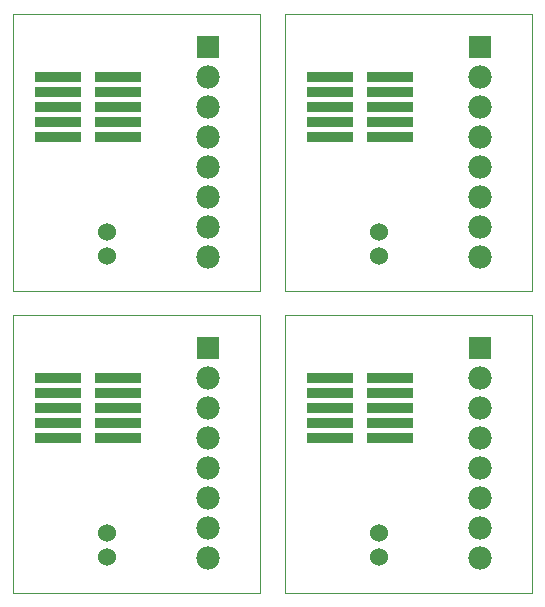
<source format=gts>
G75*
G70*
%OFA0B0*%
%FSLAX24Y24*%
%IPPOS*%
%LPD*%
%AMOC8*
5,1,8,0,0,1.08239X$1,22.5*
%
%ADD10C,0.0000*%
%ADD11R,0.1540X0.0330*%
%ADD12R,0.0780X0.0780*%
%ADD13C,0.0780*%
%ADD14C,0.0600*%
D10*
X000150Y000150D02*
X000150Y009402D01*
X008400Y009400D01*
X008400Y000150D01*
X000150Y000150D01*
X009205Y000150D02*
X009205Y009402D01*
X017455Y009400D01*
X017455Y000150D01*
X009205Y000150D01*
X009205Y010189D02*
X009205Y019441D01*
X017455Y019439D01*
X017455Y010189D01*
X009205Y010189D01*
X008400Y010189D02*
X008400Y019439D01*
X000150Y019441D01*
X000150Y010189D01*
X008400Y010189D01*
D11*
X010705Y007294D03*
X010705Y006794D03*
X010705Y006294D03*
X010705Y005794D03*
X010705Y005294D03*
X012705Y005294D03*
X012705Y005794D03*
X012705Y006294D03*
X012705Y006794D03*
X012705Y007294D03*
X012705Y015333D03*
X012705Y015833D03*
X012705Y016333D03*
X012705Y016833D03*
X012705Y017333D03*
X010705Y017333D03*
X010705Y016833D03*
X010705Y016333D03*
X010705Y015833D03*
X010705Y015333D03*
X003650Y015333D03*
X003650Y015833D03*
X003650Y016333D03*
X003650Y016833D03*
X003650Y017333D03*
X001650Y017333D03*
X001650Y016833D03*
X001650Y016333D03*
X001650Y015833D03*
X001650Y015333D03*
X001650Y007294D03*
X001650Y006794D03*
X001650Y006294D03*
X001650Y005794D03*
X001650Y005294D03*
X003650Y005294D03*
X003650Y005794D03*
X003650Y006294D03*
X003650Y006794D03*
X003650Y007294D03*
D12*
X006650Y008294D03*
X006650Y018333D03*
X015705Y018333D03*
X015705Y008294D03*
D13*
X015705Y007294D03*
X015705Y006294D03*
X015705Y005294D03*
X015705Y004294D03*
X015705Y003294D03*
X015705Y002294D03*
X015705Y001294D03*
X015705Y011333D03*
X015705Y012333D03*
X015705Y013333D03*
X015705Y014333D03*
X015705Y015333D03*
X015705Y016333D03*
X015705Y017333D03*
X006650Y017333D03*
X006650Y016333D03*
X006650Y015333D03*
X006650Y014333D03*
X006650Y013333D03*
X006650Y012333D03*
X006650Y011333D03*
X006650Y007294D03*
X006650Y006294D03*
X006650Y005294D03*
X006650Y004294D03*
X006650Y003294D03*
X006650Y002294D03*
X006650Y001294D03*
D14*
X003300Y001331D03*
X003300Y002119D03*
X003300Y011370D03*
X003300Y012158D03*
X012355Y012158D03*
X012355Y011370D03*
X012355Y002119D03*
X012355Y001331D03*
M02*

</source>
